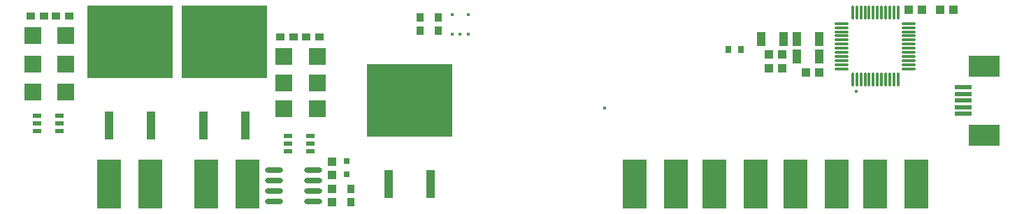
<source format=gtp>
%FSAX24Y24*%
%MOIN*%
G70*
G01*
G75*
G04 Layer_Color=8421504*
%ADD10C,0.1000*%
%ADD11C,0.0150*%
%ADD12C,0.0200*%
%ADD13C,0.0100*%
%ADD14C,0.0400*%
%ADD15C,0.1200*%
%ADD16C,0.0500*%
%ADD17C,0.0300*%
%ADD18C,0.0150*%
%ADD19R,0.0394X0.1339*%
%ADD20R,0.4110X0.3504*%
%ADD21R,0.0315X0.0315*%
%ADD22R,0.0433X0.0236*%
%ADD23R,0.0394X0.0374*%
%ADD24R,0.1496X0.0984*%
%ADD25R,0.0787X0.0197*%
%ADD26R,0.0787X0.0787*%
%ADD27O,0.0866X0.0236*%
%ADD28R,0.0394X0.0413*%
%ADD29R,0.0374X0.0394*%
%ADD30R,0.0118X0.0157*%
%ADD31R,0.0276X0.0354*%
%ADD32R,0.1181X0.2362*%
%ADD33R,0.0413X0.0394*%
%ADD34R,0.0433X0.0669*%
%ADD35O,0.0118X0.0709*%
%ADD36O,0.0709X0.0118*%
%ADD37C,0.0700*%
%ADD38C,0.3000*%
G04:AMPARAMS|DCode=39|XSize=51mil|YSize=51mil|CornerRadius=12.8mil|HoleSize=0mil|Usage=FLASHONLY|Rotation=0.000|XOffset=0mil|YOffset=0mil|HoleType=Round|Shape=RoundedRectangle|*
%AMROUNDEDRECTD39*
21,1,0.0510,0.0255,0,0,0.0*
21,1,0.0255,0.0510,0,0,0.0*
1,1,0.0255,0.0128,-0.0128*
1,1,0.0255,-0.0128,-0.0128*
1,1,0.0255,-0.0128,0.0128*
1,1,0.0255,0.0128,0.0128*
%
%ADD39ROUNDEDRECTD39*%
%ADD40R,0.0510X0.0510*%
%ADD41C,0.2100*%
%ADD42R,0.0591X0.0591*%
%ADD43C,0.0591*%
%ADD44C,0.0748*%
%ADD45O,0.0750X0.0550*%
%ADD46R,0.0750X0.0550*%
%ADD47O,0.0550X0.0750*%
%ADD48R,0.0550X0.0750*%
%ADD49C,0.0700*%
%ADD50C,0.0250*%
%ADD51R,0.0669X0.0433*%
%ADD52R,0.0630X0.0591*%
%ADD53C,0.0098*%
%ADD54C,0.0236*%
%ADD55C,0.0079*%
%ADD56C,0.0050*%
D18*
X030700Y004900D02*
D03*
X042698Y005690D02*
D03*
D19*
X009050Y004042D02*
D03*
X007050D02*
D03*
X013550D02*
D03*
X011550D02*
D03*
X022400Y001242D02*
D03*
X020400D02*
D03*
D20*
X008050Y008058D02*
D03*
X012550D02*
D03*
X021400Y005258D02*
D03*
D21*
X018400Y002375D02*
D03*
Y001725D02*
D03*
D22*
X003618Y004524D02*
D03*
Y004150D02*
D03*
Y003776D02*
D03*
X004681D02*
D03*
Y004150D02*
D03*
Y004524D02*
D03*
X015606Y003574D02*
D03*
Y003200D02*
D03*
Y002826D02*
D03*
X016669D02*
D03*
Y003200D02*
D03*
Y003574D02*
D03*
D23*
X005165Y009300D02*
D03*
X004535D02*
D03*
X003335D02*
D03*
X003965D02*
D03*
X017102Y008300D02*
D03*
X016472D02*
D03*
X015222D02*
D03*
X015852D02*
D03*
D24*
X048784Y006904D02*
D03*
Y003596D02*
D03*
D25*
X047800Y005250D02*
D03*
Y004935D02*
D03*
Y004620D02*
D03*
Y005565D02*
D03*
Y005880D02*
D03*
D26*
X003413Y005650D02*
D03*
X004987D02*
D03*
X003413Y008350D02*
D03*
X004987D02*
D03*
X003413Y007000D02*
D03*
X004987D02*
D03*
X015400Y004850D02*
D03*
X016975D02*
D03*
X015400Y007350D02*
D03*
X016975D02*
D03*
X015400Y006100D02*
D03*
X016975D02*
D03*
D27*
X014909Y001935D02*
D03*
Y001435D02*
D03*
Y000935D02*
D03*
Y000435D02*
D03*
X016799Y001935D02*
D03*
Y001435D02*
D03*
Y000935D02*
D03*
Y000435D02*
D03*
D28*
X017700Y002315D02*
D03*
Y001685D02*
D03*
Y001015D02*
D03*
Y000385D02*
D03*
D29*
X018600Y001015D02*
D03*
Y000385D02*
D03*
X021900Y008585D02*
D03*
Y009215D02*
D03*
X022750Y008585D02*
D03*
Y009215D02*
D03*
D30*
X024174Y009374D02*
D03*
X023426D02*
D03*
X024174Y008429D02*
D03*
X023800D02*
D03*
X023426D02*
D03*
D31*
X037195Y007700D02*
D03*
X036605D02*
D03*
D32*
X045550Y001250D02*
D03*
X043582D02*
D03*
X037900D02*
D03*
X035931D02*
D03*
X034100D02*
D03*
X032132D02*
D03*
X041750D02*
D03*
X039781D02*
D03*
X007050D02*
D03*
X009018D02*
D03*
X011700D02*
D03*
X013669D02*
D03*
D33*
X045185Y009600D02*
D03*
X045815D02*
D03*
X046685D02*
D03*
X047315D02*
D03*
X040915Y006600D02*
D03*
X040285D02*
D03*
X038535Y006800D02*
D03*
X039165D02*
D03*
X039165Y007450D02*
D03*
X038535D02*
D03*
D34*
X040932Y008200D02*
D03*
X039869D02*
D03*
X040932Y007350D02*
D03*
X039869D02*
D03*
X039232Y008200D02*
D03*
X038168D02*
D03*
D35*
X042517Y009444D02*
D03*
X042714D02*
D03*
X042911D02*
D03*
X043108D02*
D03*
X043305D02*
D03*
X043502D02*
D03*
X043698D02*
D03*
X043895D02*
D03*
X044092D02*
D03*
X044289D02*
D03*
X044486D02*
D03*
X044683D02*
D03*
Y006256D02*
D03*
X044486D02*
D03*
X044289D02*
D03*
X044092D02*
D03*
X043895D02*
D03*
X043698D02*
D03*
X043502D02*
D03*
X043305D02*
D03*
X043108D02*
D03*
X042911D02*
D03*
X042714D02*
D03*
X042517D02*
D03*
D36*
X045194Y008933D02*
D03*
Y008736D02*
D03*
Y008539D02*
D03*
Y008342D02*
D03*
Y008145D02*
D03*
Y007948D02*
D03*
Y007752D02*
D03*
Y007555D02*
D03*
Y007358D02*
D03*
Y007161D02*
D03*
Y006964D02*
D03*
Y006767D02*
D03*
X042006D02*
D03*
Y006964D02*
D03*
Y007161D02*
D03*
Y007358D02*
D03*
Y007555D02*
D03*
Y007752D02*
D03*
Y007948D02*
D03*
Y008145D02*
D03*
Y008342D02*
D03*
Y008539D02*
D03*
Y008736D02*
D03*
Y008933D02*
D03*
M02*

</source>
